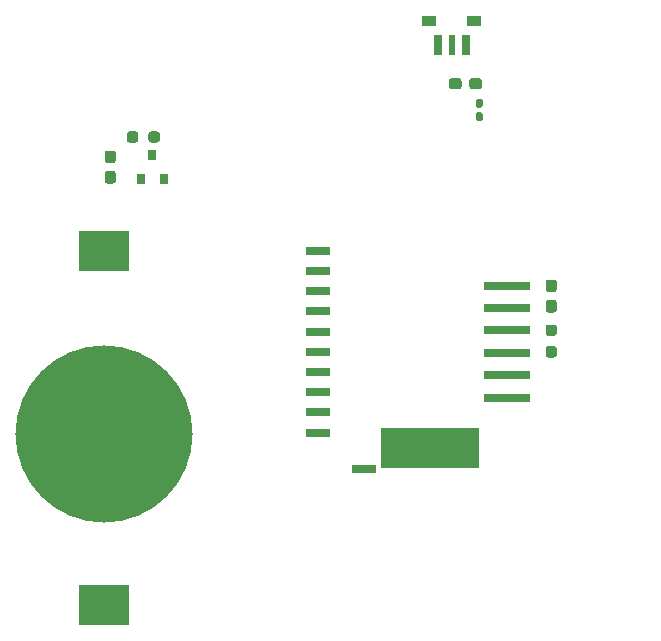
<source format=gbr>
G04 #@! TF.GenerationSoftware,KiCad,Pcbnew,(5.1.9-0-10_14)*
G04 #@! TF.CreationDate,2021-03-14T11:16:57+08:00*
G04 #@! TF.ProjectId,mops-out,6d6f7073-2d6f-4757-942e-6b696361645f,rev?*
G04 #@! TF.SameCoordinates,Original*
G04 #@! TF.FileFunction,Paste,Top*
G04 #@! TF.FilePolarity,Positive*
%FSLAX46Y46*%
G04 Gerber Fmt 4.6, Leading zero omitted, Abs format (unit mm)*
G04 Created by KiCad (PCBNEW (5.1.9-0-10_14)) date 2021-03-14 11:16:57*
%MOMM*%
%LPD*%
G01*
G04 APERTURE LIST*
%ADD10R,4.199992X3.499993*%
%ADD11C,14.999995*%
%ADD12R,0.800000X0.900000*%
%ADD13R,8.400034X3.499866*%
%ADD14R,1.999996X0.800100*%
%ADD15R,3.999992X0.800100*%
%ADD16R,1.299997X0.899998*%
%ADD17R,0.750011X1.799996*%
%ADD18R,0.599948X1.799996*%
G04 APERTURE END LIST*
D10*
X115570000Y-67054222D03*
X115570000Y-97029778D03*
D11*
X115570000Y-82550000D03*
G36*
G01*
X119297000Y-57641500D02*
X119297000Y-57166500D01*
G75*
G02*
X119534500Y-56929000I237500J0D01*
G01*
X120034500Y-56929000D01*
G75*
G02*
X120272000Y-57166500I0J-237500D01*
G01*
X120272000Y-57641500D01*
G75*
G02*
X120034500Y-57879000I-237500J0D01*
G01*
X119534500Y-57879000D01*
G75*
G02*
X119297000Y-57641500I0J237500D01*
G01*
G37*
G36*
G01*
X117472000Y-57641500D02*
X117472000Y-57166500D01*
G75*
G02*
X117709500Y-56929000I237500J0D01*
G01*
X118209500Y-56929000D01*
G75*
G02*
X118447000Y-57166500I0J-237500D01*
G01*
X118447000Y-57641500D01*
G75*
G02*
X118209500Y-57879000I-237500J0D01*
G01*
X117709500Y-57879000D01*
G75*
G02*
X117472000Y-57641500I0J237500D01*
G01*
G37*
G36*
G01*
X153178500Y-75101000D02*
X153653500Y-75101000D01*
G75*
G02*
X153891000Y-75338500I0J-237500D01*
G01*
X153891000Y-75838500D01*
G75*
G02*
X153653500Y-76076000I-237500J0D01*
G01*
X153178500Y-76076000D01*
G75*
G02*
X152941000Y-75838500I0J237500D01*
G01*
X152941000Y-75338500D01*
G75*
G02*
X153178500Y-75101000I237500J0D01*
G01*
G37*
G36*
G01*
X153178500Y-73276000D02*
X153653500Y-73276000D01*
G75*
G02*
X153891000Y-73513500I0J-237500D01*
G01*
X153891000Y-74013500D01*
G75*
G02*
X153653500Y-74251000I-237500J0D01*
G01*
X153178500Y-74251000D01*
G75*
G02*
X152941000Y-74013500I0J237500D01*
G01*
X152941000Y-73513500D01*
G75*
G02*
X153178500Y-73276000I237500J0D01*
G01*
G37*
D12*
X119634000Y-58944000D03*
X120584000Y-60944000D03*
X118684000Y-60944000D03*
G36*
G01*
X115840500Y-60269000D02*
X116315500Y-60269000D01*
G75*
G02*
X116553000Y-60506500I0J-237500D01*
G01*
X116553000Y-61106500D01*
G75*
G02*
X116315500Y-61344000I-237500J0D01*
G01*
X115840500Y-61344000D01*
G75*
G02*
X115603000Y-61106500I0J237500D01*
G01*
X115603000Y-60506500D01*
G75*
G02*
X115840500Y-60269000I237500J0D01*
G01*
G37*
G36*
G01*
X115840500Y-58544000D02*
X116315500Y-58544000D01*
G75*
G02*
X116553000Y-58781500I0J-237500D01*
G01*
X116553000Y-59381500D01*
G75*
G02*
X116315500Y-59619000I-237500J0D01*
G01*
X115840500Y-59619000D01*
G75*
G02*
X115603000Y-59381500I0J237500D01*
G01*
X115603000Y-58781500D01*
G75*
G02*
X115840500Y-58544000I237500J0D01*
G01*
G37*
G36*
G01*
X146465000Y-53127500D02*
X146465000Y-52652500D01*
G75*
G02*
X146702500Y-52415000I237500J0D01*
G01*
X147302500Y-52415000D01*
G75*
G02*
X147540000Y-52652500I0J-237500D01*
G01*
X147540000Y-53127500D01*
G75*
G02*
X147302500Y-53365000I-237500J0D01*
G01*
X146702500Y-53365000D01*
G75*
G02*
X146465000Y-53127500I0J237500D01*
G01*
G37*
G36*
G01*
X144740000Y-53127500D02*
X144740000Y-52652500D01*
G75*
G02*
X144977500Y-52415000I237500J0D01*
G01*
X145577500Y-52415000D01*
G75*
G02*
X145815000Y-52652500I0J-237500D01*
G01*
X145815000Y-53127500D01*
G75*
G02*
X145577500Y-53365000I-237500J0D01*
G01*
X144977500Y-53365000D01*
G75*
G02*
X144740000Y-53127500I0J237500D01*
G01*
G37*
G36*
G01*
X153178500Y-71191000D02*
X153653500Y-71191000D01*
G75*
G02*
X153891000Y-71428500I0J-237500D01*
G01*
X153891000Y-72028500D01*
G75*
G02*
X153653500Y-72266000I-237500J0D01*
G01*
X153178500Y-72266000D01*
G75*
G02*
X152941000Y-72028500I0J237500D01*
G01*
X152941000Y-71428500D01*
G75*
G02*
X153178500Y-71191000I237500J0D01*
G01*
G37*
G36*
G01*
X153178500Y-69466000D02*
X153653500Y-69466000D01*
G75*
G02*
X153891000Y-69703500I0J-237500D01*
G01*
X153891000Y-70303500D01*
G75*
G02*
X153653500Y-70541000I-237500J0D01*
G01*
X153178500Y-70541000D01*
G75*
G02*
X152941000Y-70303500I0J237500D01*
G01*
X152941000Y-69703500D01*
G75*
G02*
X153178500Y-69466000I237500J0D01*
G01*
G37*
G36*
G01*
X147475000Y-54918000D02*
X147165000Y-54918000D01*
G75*
G02*
X147010000Y-54763000I0J155000D01*
G01*
X147010000Y-54338000D01*
G75*
G02*
X147165000Y-54183000I155000J0D01*
G01*
X147475000Y-54183000D01*
G75*
G02*
X147630000Y-54338000I0J-155000D01*
G01*
X147630000Y-54763000D01*
G75*
G02*
X147475000Y-54918000I-155000J0D01*
G01*
G37*
G36*
G01*
X147475000Y-56053000D02*
X147165000Y-56053000D01*
G75*
G02*
X147010000Y-55898000I0J155000D01*
G01*
X147010000Y-55473000D01*
G75*
G02*
X147165000Y-55318000I155000J0D01*
G01*
X147475000Y-55318000D01*
G75*
G02*
X147630000Y-55473000I0J-155000D01*
G01*
X147630000Y-55898000D01*
G75*
G02*
X147475000Y-56053000I-155000J0D01*
G01*
G37*
D13*
X143148050Y-83728052D03*
D14*
X137548112Y-85477858D03*
D15*
X149697948Y-79478124D03*
X149697948Y-77577950D03*
X149697948Y-75678030D03*
X149697948Y-73778110D03*
X149697948Y-71877936D03*
X149697948Y-69978016D03*
D14*
X133697980Y-67037966D03*
X133697980Y-68747894D03*
X133697980Y-70458076D03*
X133697980Y-72168004D03*
X133697980Y-73877932D03*
X133697980Y-75588114D03*
X133697980Y-77298042D03*
X133697980Y-79007970D03*
X133697980Y-80717898D03*
X133697980Y-82428080D03*
D16*
X143096270Y-47559108D03*
X146903730Y-47559362D03*
D17*
X143784356Y-49640638D03*
D18*
X144985268Y-49640638D03*
D17*
X146186180Y-49640638D03*
M02*

</source>
